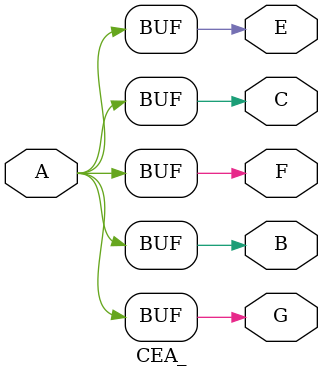
<source format=v>
module CEA_ ( A, G, B, F, C, E );
//            T  T  T  T  T  T
  input A;
  output G, B, F, C, E;
  reg G, B, F, C, E;

  // Delay 0.2 uSec per output
  // Drawing 729814, production drawing 371944

  always @(A)
  begin
    #0.2 G <= A;
    #0.4 B <= A;
    #0.6 F <= A;
    #0.8 C <= A;
    #1.0 E <= A;
  end

endmodule

</source>
